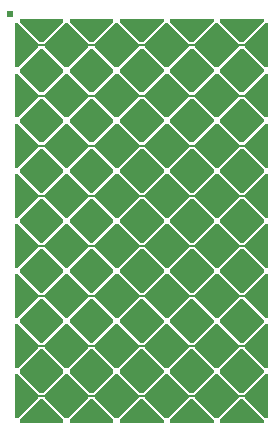
<source format=gtl>
G04*
G04 #@! TF.GenerationSoftware,Altium Limited,Altium Designer,20.1.14 (287)*
G04*
G04 Layer_Physical_Order=1*
G04 Layer_Color=255*
%FSLAX25Y25*%
%MOIN*%
G70*
G04*
G04 #@! TF.SameCoordinates,EDD9B4B2-C76D-452E-86CE-AE9E56570F27*
G04*
G04*
G04 #@! TF.FilePolarity,Positive*
G04*
G01*
G75*
%ADD11C,0.00600*%
%ADD12C,0.02400*%
G36*
X248059Y422981D02*
X241238Y416161D01*
X240264Y416161D01*
X233443Y422981D01*
X233443Y423956D01*
X248059Y423956D01*
Y422981D01*
D02*
G37*
G36*
X231354D02*
X224534Y416161D01*
X223559Y416161D01*
X216739Y422981D01*
X216739Y423956D01*
X231354Y423956D01*
Y422981D01*
D02*
G37*
G36*
X214649D02*
X207829Y416161D01*
X206855Y416161D01*
X200034Y422981D01*
X200034Y423956D01*
X214649Y423956D01*
Y422981D01*
D02*
G37*
G36*
X197945D02*
X191124Y416161D01*
X190150Y416161D01*
X183329Y422981D01*
X183329Y423956D01*
X197945Y423956D01*
Y422981D01*
D02*
G37*
G36*
X181240D02*
X174419Y416161D01*
X173445Y416161D01*
X166624Y422981D01*
X166624Y423956D01*
X181240Y423956D01*
Y422981D01*
D02*
G37*
G36*
X172888Y415604D02*
Y414630D01*
X166068Y407809D01*
X165093Y407809D01*
X165093Y422425D01*
X166068Y422425D01*
X172888Y415604D01*
D02*
G37*
G36*
X249584Y407809D02*
X248610Y407809D01*
X241789Y414630D01*
X241789Y415604D01*
X248610Y422425D01*
X249584Y422425D01*
Y407809D01*
D02*
G37*
G36*
X239702Y415604D02*
Y414630D01*
X232881Y407809D01*
X231907Y407809D01*
X225086Y414630D01*
X225086Y415604D01*
X231907Y422425D01*
X232881Y422425D01*
X239702Y415604D01*
D02*
G37*
G36*
X189592D02*
Y414630D01*
X182771Y407809D01*
X181797Y407809D01*
X174976Y414630D01*
X174976Y415604D01*
X181797Y422425D01*
X182771Y422425D01*
X189592Y415604D01*
D02*
G37*
G36*
X222998Y415604D02*
Y414630D01*
X216178Y407809D01*
X215203Y407809D01*
X208383Y414630D01*
X208383Y415604D01*
X215203Y422425D01*
X216178Y422425D01*
X222998Y415604D01*
D02*
G37*
G36*
X206295D02*
Y414630D01*
X199474Y407809D01*
X198500Y407809D01*
X191679Y414630D01*
X191680Y415604D01*
X198500Y422425D01*
X199474Y422425D01*
X206295Y415604D01*
D02*
G37*
G36*
X248053Y407253D02*
Y406278D01*
X241233Y399458D01*
X240258Y399458D01*
X233438Y406278D01*
X233438Y407252D01*
X240258Y414073D01*
X241233Y414073D01*
X248053Y407253D01*
D02*
G37*
G36*
X231350Y407253D02*
Y406278D01*
X224529Y399458D01*
X223555Y399458D01*
X216734Y406278D01*
X216734Y407252D01*
X223555Y414073D01*
X224529Y414073D01*
X231350Y407253D01*
D02*
G37*
G36*
X214647D02*
Y406278D01*
X207826Y399458D01*
X206852Y399458D01*
X200031Y406278D01*
X200031Y407252D01*
X206852Y414073D01*
X207826Y414073D01*
X214647Y407253D01*
D02*
G37*
G36*
X197943D02*
Y406278D01*
X191123Y399458D01*
X190148Y399458D01*
X183328Y406278D01*
X183328Y407252D01*
X190148Y414073D01*
X191123Y414073D01*
X197943Y407253D01*
D02*
G37*
G36*
X181240D02*
Y406278D01*
X174419Y399458D01*
X173445Y399458D01*
X166624Y406278D01*
X166624Y407252D01*
X173445Y414073D01*
X174419Y414073D01*
X181240Y407253D01*
D02*
G37*
G36*
X239702Y398901D02*
Y397926D01*
X232881Y391106D01*
X231907Y391106D01*
X225086Y397926D01*
X225086Y398901D01*
X231907Y405721D01*
X232881Y405721D01*
X239702Y398901D01*
D02*
G37*
G36*
X222998D02*
Y397926D01*
X216178Y391106D01*
X215203Y391106D01*
X208383Y397926D01*
X208383Y398901D01*
X215203Y405721D01*
X216178Y405721D01*
X222998Y398901D01*
D02*
G37*
G36*
X206295D02*
Y397926D01*
X199474Y391106D01*
X198500Y391106D01*
X191679Y397926D01*
X191680Y398901D01*
X198500Y405721D01*
X199474Y405721D01*
X206295Y398901D01*
D02*
G37*
G36*
X189592Y398901D02*
Y397926D01*
X182771Y391106D01*
X181797Y391106D01*
X174976Y397926D01*
X174976Y398901D01*
X181797Y405721D01*
X182771Y405721D01*
X189592Y398901D01*
D02*
G37*
G36*
X172888Y398899D02*
Y397925D01*
X166068Y391105D01*
X165093Y391105D01*
X165093Y405720D01*
X166068Y405720D01*
X172888Y398899D01*
D02*
G37*
G36*
X249584Y391105D02*
X248610Y391105D01*
X241789Y397925D01*
X241789Y398899D01*
X248610Y405720D01*
X249584Y405720D01*
Y391105D01*
D02*
G37*
G36*
X231350Y390549D02*
Y389575D01*
X224529Y382754D01*
X223555Y382754D01*
X216734Y389575D01*
X216734Y390549D01*
X223555Y397370D01*
X224529D01*
X231350Y390549D01*
D02*
G37*
G36*
X214647D02*
Y389575D01*
X207826Y382754D01*
X206852Y382754D01*
X200031Y389575D01*
X200031Y390549D01*
X206852Y397370D01*
X207826D01*
X214647Y390549D01*
D02*
G37*
G36*
X248053Y390549D02*
Y389575D01*
X241233Y382754D01*
X240258Y382754D01*
X233438Y389575D01*
X233438Y390549D01*
X240258Y397370D01*
X241233Y397370D01*
X248053Y390549D01*
D02*
G37*
G36*
X197943D02*
Y389575D01*
X191123Y382754D01*
X190148Y382754D01*
X183328Y389575D01*
X183328Y390549D01*
X190148Y397370D01*
X191123Y397370D01*
X197943Y390549D01*
D02*
G37*
G36*
X181240D02*
Y389575D01*
X174419Y382754D01*
X173445Y382754D01*
X166624Y389575D01*
X166624Y390549D01*
X173445Y397370D01*
X174419Y397370D01*
X181240Y390549D01*
D02*
G37*
G36*
X222998Y382197D02*
Y381223D01*
X216178Y374403D01*
X215203Y374403D01*
X208383Y381223D01*
X208383Y382197D01*
X215203Y389018D01*
X216178Y389018D01*
X222998Y382197D01*
D02*
G37*
G36*
X239702D02*
Y381223D01*
X232881Y374403D01*
X231907Y374403D01*
X225086Y381223D01*
X225086Y382197D01*
X231907Y389018D01*
X232881D01*
X239702Y382197D01*
D02*
G37*
G36*
X206295D02*
Y381223D01*
X199474Y374403D01*
X198500Y374403D01*
X191679Y381223D01*
X191680Y382197D01*
X198500Y389018D01*
X199474D01*
X206295Y382197D01*
D02*
G37*
G36*
X189592D02*
Y381223D01*
X182771Y374403D01*
X181797Y374403D01*
X174976Y381223D01*
X174976Y382197D01*
X181797Y389018D01*
X182771D01*
X189592Y382197D01*
D02*
G37*
G36*
X172888Y382195D02*
Y381220D01*
X166068Y374400D01*
X165093Y374400D01*
X165093Y389015D01*
X166068Y389015D01*
X172888Y382195D01*
D02*
G37*
G36*
X249584Y374400D02*
X248610Y374400D01*
X241789Y381220D01*
X241789Y382195D01*
X248610Y389015D01*
X249584Y389015D01*
Y374400D01*
D02*
G37*
G36*
X248053Y373846D02*
Y372871D01*
X241233Y366051D01*
X240258Y366051D01*
X233438Y372871D01*
X233438Y373846D01*
X240258Y380666D01*
X241233D01*
X248053Y373846D01*
D02*
G37*
G36*
X231350D02*
Y372871D01*
X224529Y366051D01*
X223555Y366051D01*
X216734Y372871D01*
X216734Y373846D01*
X223555Y380666D01*
X224529D01*
X231350Y373846D01*
D02*
G37*
G36*
X214647D02*
Y372871D01*
X207826Y366051D01*
X206852Y366051D01*
X200031Y372871D01*
X200031Y373846D01*
X206852Y380666D01*
X207826D01*
X214647Y373846D01*
D02*
G37*
G36*
X197943D02*
Y372871D01*
X191123Y366051D01*
X190148Y366051D01*
X183328Y372871D01*
X183328Y373846D01*
X190148Y380666D01*
X191123D01*
X197943Y373846D01*
D02*
G37*
G36*
X181240D02*
Y372871D01*
X174419Y366051D01*
X173445Y366051D01*
X166624Y372871D01*
X166624Y373846D01*
X173445Y380666D01*
X174419Y380666D01*
X181240Y373846D01*
D02*
G37*
G36*
X239702Y365494D02*
Y364520D01*
X232881Y357699D01*
X231907Y357699D01*
X225086Y364520D01*
X225086Y365494D01*
X231907Y372315D01*
X232881Y372315D01*
X239702Y365494D01*
D02*
G37*
G36*
X222998Y365494D02*
Y364520D01*
X216178Y357699D01*
X215203Y357699D01*
X208383Y364520D01*
X208383Y365494D01*
X215203Y372315D01*
X216178D01*
X222998Y365494D01*
D02*
G37*
G36*
X206295Y365494D02*
Y364520D01*
X199474Y357699D01*
X198500Y357699D01*
X191679Y364520D01*
X191680Y365494D01*
X198500Y372315D01*
X199474Y372315D01*
X206295Y365494D01*
D02*
G37*
G36*
X189592Y365494D02*
Y364520D01*
X182771Y357699D01*
X181797Y357699D01*
X174976Y364520D01*
X174976Y365494D01*
X181797Y372315D01*
X182771D01*
X189592Y365494D01*
D02*
G37*
G36*
X172888Y365490D02*
Y364516D01*
X166068Y357695D01*
X165093Y357695D01*
X165093Y372310D01*
X166068Y372310D01*
X172888Y365490D01*
D02*
G37*
G36*
X249584Y357695D02*
X248610Y357695D01*
X241789Y364516D01*
X241789Y365490D01*
X248610Y372310D01*
X249584Y372310D01*
Y357695D01*
D02*
G37*
G36*
X248053Y357143D02*
Y356168D01*
X241233Y349348D01*
X240258Y349348D01*
X233438Y356168D01*
X233438Y357142D01*
X240258Y363963D01*
X241233Y363963D01*
X248053Y357143D01*
D02*
G37*
G36*
X231350D02*
Y356168D01*
X224529Y349348D01*
X223555Y349348D01*
X216734Y356168D01*
X216734Y357142D01*
X223555Y363963D01*
X224529Y363963D01*
X231350Y357143D01*
D02*
G37*
G36*
X214647D02*
Y356168D01*
X207826Y349348D01*
X206852Y349348D01*
X200031Y356168D01*
X200031Y357142D01*
X206852Y363963D01*
X207826Y363963D01*
X214647Y357143D01*
D02*
G37*
G36*
X197943D02*
Y356168D01*
X191123Y349348D01*
X190148Y349348D01*
X183328Y356168D01*
X183328Y357142D01*
X190148Y363963D01*
X191123Y363963D01*
X197943Y357143D01*
D02*
G37*
G36*
X181240D02*
Y356168D01*
X174419Y349348D01*
X173445Y349348D01*
X166624Y356168D01*
X166624Y357142D01*
X173445Y363963D01*
X174419Y363963D01*
X181240Y357143D01*
D02*
G37*
G36*
X222998Y348791D02*
Y347816D01*
X216178Y340996D01*
X215203Y340996D01*
X208383Y347816D01*
X208383Y348791D01*
X215203Y355611D01*
X216178Y355611D01*
X222998Y348791D01*
D02*
G37*
G36*
X189592D02*
Y347816D01*
X182771Y340996D01*
X181797Y340996D01*
X174976Y347816D01*
X174976Y348791D01*
X181797Y355611D01*
X182771Y355611D01*
X189592Y348791D01*
D02*
G37*
G36*
X239702Y348791D02*
Y347816D01*
X232881Y340996D01*
X231907Y340996D01*
X225086Y347816D01*
X225086Y348791D01*
X231907Y355611D01*
X232881Y355611D01*
X239702Y348791D01*
D02*
G37*
G36*
X206295D02*
Y347816D01*
X199474Y340996D01*
X198500Y340996D01*
X191679Y347816D01*
X191680Y348791D01*
X198500Y355611D01*
X199474Y355611D01*
X206295Y348791D01*
D02*
G37*
G36*
X172888Y348785D02*
Y347811D01*
X166068Y340990D01*
X165093Y340991D01*
X165093Y355606D01*
X166068Y355606D01*
X172888Y348785D01*
D02*
G37*
G36*
X249584Y340990D02*
X248610Y340990D01*
X241789Y347811D01*
X241789Y348785D01*
X248610Y355606D01*
X249584Y355606D01*
Y340990D01*
D02*
G37*
G36*
X181240Y340439D02*
Y339465D01*
X174419Y332644D01*
X173445Y332644D01*
X166624Y339465D01*
X166624Y340439D01*
X173445Y347260D01*
X174419Y347260D01*
X181240Y340439D01*
D02*
G37*
G36*
X248053Y340439D02*
Y339465D01*
X241233Y332644D01*
X240258Y332644D01*
X233438Y339465D01*
X233438Y340439D01*
X240258Y347260D01*
X241233Y347260D01*
X248053Y340439D01*
D02*
G37*
G36*
X231350D02*
Y339465D01*
X224529Y332644D01*
X223555Y332644D01*
X216734Y339465D01*
X216734Y340439D01*
X223555Y347260D01*
X224529Y347260D01*
X231350Y340439D01*
D02*
G37*
G36*
X214647D02*
Y339465D01*
X207826Y332644D01*
X206852Y332644D01*
X200031Y339465D01*
X200031Y340439D01*
X206852Y347260D01*
X207826Y347260D01*
X214647Y340439D01*
D02*
G37*
G36*
X197943D02*
Y339465D01*
X191123Y332644D01*
X190148Y332644D01*
X183328Y339465D01*
X183328Y340439D01*
X190148Y347260D01*
X191123Y347260D01*
X197943Y340439D01*
D02*
G37*
G36*
X239702Y332088D02*
Y331113D01*
X232881Y324293D01*
X231907Y324293D01*
X225086Y331113D01*
X225086Y332088D01*
X231907Y338908D01*
X232881Y338908D01*
X239702Y332088D01*
D02*
G37*
G36*
X206295D02*
Y331113D01*
X199474Y324293D01*
X198500Y324293D01*
X191679Y331113D01*
X191680Y332088D01*
X198500Y338908D01*
X199474Y338908D01*
X206295Y332088D01*
D02*
G37*
G36*
X189592D02*
Y331113D01*
X182771Y324293D01*
X181797Y324293D01*
X174976Y331113D01*
X174976Y332088D01*
X181797Y338908D01*
X182771Y338908D01*
X189592Y332088D01*
D02*
G37*
G36*
X222998Y332088D02*
Y331113D01*
X216178Y324293D01*
X215203Y324293D01*
X208383Y331113D01*
X208383Y332088D01*
X215203Y338908D01*
X216178Y338908D01*
X222998Y332088D01*
D02*
G37*
G36*
X172888Y332081D02*
Y331106D01*
X166068Y324286D01*
X165093Y324286D01*
X165093Y338901D01*
X166068Y338901D01*
X172888Y332081D01*
D02*
G37*
G36*
X249584Y324286D02*
X248610Y324286D01*
X241789Y331106D01*
X241789Y332081D01*
X248610Y338901D01*
X249584Y338901D01*
Y324286D01*
D02*
G37*
G36*
X248053Y323736D02*
Y322762D01*
X241233Y315941D01*
X240258Y315941D01*
X233438Y322762D01*
X233438Y323736D01*
X240258Y330557D01*
X241233D01*
X248053Y323736D01*
D02*
G37*
G36*
X197943D02*
Y322762D01*
X191123Y315941D01*
X190148Y315941D01*
X183328Y322762D01*
X183328Y323736D01*
X190148Y330557D01*
X191123D01*
X197943Y323736D01*
D02*
G37*
G36*
X181240D02*
Y322762D01*
X174419Y315941D01*
X173445Y315941D01*
X166624Y322762D01*
X166624Y323736D01*
X173445Y330557D01*
X174419D01*
X181240Y323736D01*
D02*
G37*
G36*
X231350Y323736D02*
Y322762D01*
X224529Y315941D01*
X223555Y315941D01*
X216734Y322762D01*
X216734Y323736D01*
X223555Y330556D01*
X224529Y330557D01*
X231350Y323736D01*
D02*
G37*
G36*
X214647D02*
Y322762D01*
X207826Y315941D01*
X206852Y315941D01*
X200031Y322762D01*
X200031Y323736D01*
X206852Y330556D01*
X207826Y330557D01*
X214647Y323736D01*
D02*
G37*
G36*
X189592Y315384D02*
Y314410D01*
X182771Y307589D01*
X181797Y307589D01*
X174976Y314410D01*
X174976Y315384D01*
X181797Y322205D01*
X182771Y322205D01*
X189592Y315384D01*
D02*
G37*
G36*
X239702D02*
Y314410D01*
X232881Y307589D01*
X231907Y307589D01*
X225086Y314410D01*
X225086Y315384D01*
X231907Y322205D01*
X232881D01*
X239702Y315384D01*
D02*
G37*
G36*
X222998D02*
Y314410D01*
X216178Y307589D01*
X215203Y307589D01*
X208383Y314410D01*
X208383Y315384D01*
X215203Y322205D01*
X216178D01*
X222998Y315384D01*
D02*
G37*
G36*
X206295D02*
Y314410D01*
X199474Y307589D01*
X198500Y307589D01*
X191679Y314410D01*
X191680Y315384D01*
X198500Y322205D01*
X199474D01*
X206295Y315384D01*
D02*
G37*
G36*
X172888Y315376D02*
Y314401D01*
X166068Y307581D01*
X165093Y307581D01*
X165093Y322196D01*
X166068Y322196D01*
X172888Y315376D01*
D02*
G37*
G36*
X249584Y307581D02*
X248610Y307581D01*
X241789Y314401D01*
X241789Y315376D01*
X248610Y322196D01*
X249584Y322196D01*
Y307581D01*
D02*
G37*
G36*
X231350Y307033D02*
Y306058D01*
X224529Y299238D01*
X223555Y299238D01*
X216734Y306058D01*
X216734Y307033D01*
X223555Y313853D01*
X224529D01*
X231350Y307033D01*
D02*
G37*
G36*
X214647D02*
Y306058D01*
X207826Y299238D01*
X206852Y299238D01*
X200031Y306058D01*
X200031Y307033D01*
X206852Y313853D01*
X207826D01*
X214647Y307033D01*
D02*
G37*
G36*
X197943D02*
Y306058D01*
X191123Y299238D01*
X190148Y299238D01*
X183328Y306058D01*
X183328Y307033D01*
X190148Y313853D01*
X191123D01*
X197943Y307033D01*
D02*
G37*
G36*
X181240D02*
Y306058D01*
X174419Y299238D01*
X173445Y299238D01*
X166624Y306058D01*
X166624Y307033D01*
X173445Y313853D01*
X174419D01*
X181240Y307033D01*
D02*
G37*
G36*
X248053D02*
Y306058D01*
X241233Y299238D01*
X240258Y299238D01*
X233438Y306058D01*
X233438Y307033D01*
X240258Y313853D01*
X241233Y313853D01*
X248053Y307033D01*
D02*
G37*
G36*
X239702Y298681D02*
Y297707D01*
X232881Y290886D01*
X231907Y290886D01*
X225086Y297707D01*
X225086Y298681D01*
X231907Y305502D01*
X232881D01*
X239702Y298681D01*
D02*
G37*
G36*
X222998Y298681D02*
Y297707D01*
X216178Y290886D01*
X215203Y290886D01*
X208383Y297707D01*
X208383Y298681D01*
X215203Y305502D01*
X216178Y305502D01*
X222998Y298681D01*
D02*
G37*
G36*
X206295D02*
Y297707D01*
X199474Y290886D01*
X198500Y290886D01*
X191679Y297707D01*
X191680Y298681D01*
X198500Y305502D01*
X199474Y305502D01*
X206295Y298681D01*
D02*
G37*
G36*
X189592Y298681D02*
Y297707D01*
X182771Y290886D01*
X181797Y290886D01*
X174976Y297707D01*
X174976Y298681D01*
X181797Y305502D01*
X182771D01*
X189592Y298681D01*
D02*
G37*
G36*
X172888Y298671D02*
Y297697D01*
X166068Y290876D01*
X165093Y290877D01*
X165093Y305492D01*
X166068Y305492D01*
X172888Y298671D01*
D02*
G37*
G36*
X249584Y290876D02*
X248610Y290876D01*
X241789Y297697D01*
X241789Y298671D01*
X248610Y305492D01*
X249584Y305492D01*
Y290876D01*
D02*
G37*
G36*
X248053Y290329D02*
Y289355D01*
X233438D01*
X233438Y290329D01*
X240258Y297150D01*
X241233Y297150D01*
X248053Y290329D01*
D02*
G37*
G36*
X231350D02*
Y289355D01*
X216734D01*
X216734Y290329D01*
X223555Y297150D01*
X224529Y297150D01*
X231350Y290329D01*
D02*
G37*
G36*
X214647Y290329D02*
Y289355D01*
X200031Y289355D01*
X200031Y290329D01*
X206852Y297150D01*
X207826Y297150D01*
X214647Y290329D01*
D02*
G37*
G36*
X197943Y290329D02*
Y289355D01*
X183328D01*
X183328Y290329D01*
X190148Y297150D01*
X191123Y297150D01*
X197943Y290329D01*
D02*
G37*
G36*
X181240D02*
Y289355D01*
X166624D01*
X166624Y290329D01*
X173445Y297150D01*
X174419Y297150D01*
X181240Y290329D01*
D02*
G37*
D11*
X167618Y298184D02*
X246583D01*
X167618Y314889D02*
X246583D01*
X167618Y331593D02*
X246583D01*
X167618Y348298D02*
X246583D01*
X167618Y365003D02*
X246583D01*
X167618Y381708D02*
X246583D01*
X167618Y398412D02*
X246583D01*
Y415117D02*
X246800Y414900D01*
X167618Y415117D02*
X246583D01*
D12*
X163500Y425549D02*
D03*
X190637Y301200D02*
D03*
X190637Y345287D02*
D03*
Y361992D02*
D03*
Y378696D02*
D03*
Y395401D02*
D03*
X190637Y401426D02*
D03*
X190637Y412104D02*
D03*
X190637Y418130D02*
D03*
X207341Y301200D02*
D03*
X207342Y345287D02*
D03*
Y361992D02*
D03*
Y378696D02*
D03*
Y395401D02*
D03*
X207341Y401426D02*
D03*
X207342Y412104D02*
D03*
X207341Y418130D02*
D03*
X224046Y301200D02*
D03*
X224047Y345287D02*
D03*
Y361992D02*
D03*
Y378696D02*
D03*
Y395401D02*
D03*
X224046Y401426D02*
D03*
X224047Y412104D02*
D03*
X224046Y418130D02*
D03*
X240751Y301200D02*
D03*
X240751Y345287D02*
D03*
Y361992D02*
D03*
Y378696D02*
D03*
Y395401D02*
D03*
X240751Y401426D02*
D03*
X240751Y412104D02*
D03*
X240751Y418130D02*
D03*
X248300Y377518D02*
D03*
Y394222D02*
D03*
Y410927D02*
D03*
X190637Y311877D02*
D03*
X190637Y317904D02*
D03*
X190637Y328582D02*
D03*
X190637Y334609D02*
D03*
Y351314D02*
D03*
Y368018D02*
D03*
Y384723D02*
D03*
X207342Y311877D02*
D03*
X207341Y317904D02*
D03*
X207342Y328582D02*
D03*
X207341Y334609D02*
D03*
Y351314D02*
D03*
Y368018D02*
D03*
Y384723D02*
D03*
X224047Y311877D02*
D03*
X224046Y317904D02*
D03*
X224047Y328582D02*
D03*
X224046Y334609D02*
D03*
Y351314D02*
D03*
Y368018D02*
D03*
Y384723D02*
D03*
X240751Y317904D02*
D03*
X240751Y311877D02*
D03*
X240751Y351314D02*
D03*
Y334609D02*
D03*
X240751Y328582D02*
D03*
X240751Y384723D02*
D03*
Y368018D02*
D03*
X248300Y293994D02*
D03*
Y310699D02*
D03*
Y327403D02*
D03*
Y344108D02*
D03*
Y360813D02*
D03*
X173932Y301200D02*
D03*
X173933Y345287D02*
D03*
Y361992D02*
D03*
Y378696D02*
D03*
Y395401D02*
D03*
X173932Y401426D02*
D03*
X173933Y412104D02*
D03*
X173932Y418130D02*
D03*
X173933Y311877D02*
D03*
X173932Y317904D02*
D03*
X173933Y328582D02*
D03*
X173932Y334609D02*
D03*
Y351314D02*
D03*
Y368018D02*
D03*
Y384723D02*
D03*
X173933Y295173D02*
D03*
X224047D02*
D03*
X207342D02*
D03*
X190637D02*
D03*
X240751Y293598D02*
D03*
M02*

</source>
